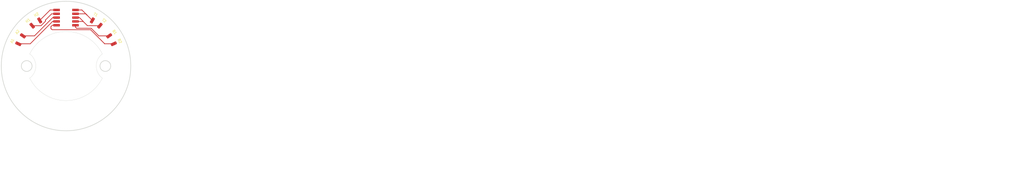
<source format=kicad_pcb>
(kicad_pcb (version 20171130) (host pcbnew 5.1.2)

  (general
    (thickness 1.6)
    (drawings 13)
    (tracks 39)
    (zones 0)
    (modules 9)
    (nets 9)
  )

  (page A4)
  (layers
    (0 F.Cu signal)
    (31 B.Cu signal)
    (32 B.Adhes user)
    (33 F.Adhes user)
    (34 B.Paste user hide)
    (35 F.Paste user hide)
    (36 B.SilkS user)
    (37 F.SilkS user)
    (38 B.Mask user)
    (39 F.Mask user)
    (40 Dwgs.User user)
    (41 Cmts.User user)
    (42 Eco1.User user)
    (43 Eco2.User user)
    (44 Edge.Cuts user)
    (45 Margin user)
    (46 B.CrtYd user)
    (47 F.CrtYd user)
    (48 B.Fab user)
    (49 F.Fab user)
  )

  (setup
    (last_trace_width 0.1524)
    (trace_clearance 0.1524)
    (zone_clearance 0.508)
    (zone_45_only no)
    (trace_min 0.1524)
    (via_size 0.508)
    (via_drill 0.254)
    (via_min_size 0.508)
    (via_min_drill 0.254)
    (uvia_size 0.508)
    (uvia_drill 0.254)
    (uvias_allowed no)
    (uvia_min_size 0.508)
    (uvia_min_drill 0.254)
    (edge_width 0.05)
    (segment_width 0.2)
    (pcb_text_width 0.3)
    (pcb_text_size 1.5 1.5)
    (mod_edge_width 0.12)
    (mod_text_size 1 1)
    (mod_text_width 0.15)
    (pad_size 1.524 1.524)
    (pad_drill 0.762)
    (pad_to_mask_clearance 0.0508)
    (solder_mask_min_width 0.0254)
    (aux_axis_origin 0 0)
    (visible_elements FFFFFF7F)
    (pcbplotparams
      (layerselection 0x010fc_ffffffff)
      (usegerberextensions false)
      (usegerberattributes false)
      (usegerberadvancedattributes false)
      (creategerberjobfile false)
      (excludeedgelayer true)
      (linewidth 0.100000)
      (plotframeref false)
      (viasonmask false)
      (mode 1)
      (useauxorigin false)
      (hpglpennumber 1)
      (hpglpenspeed 20)
      (hpglpendiameter 15.000000)
      (psnegative false)
      (psa4output false)
      (plotreference true)
      (plotvalue true)
      (plotinvisibletext false)
      (padsonsilk false)
      (subtractmaskfromsilk false)
      (outputformat 1)
      (mirror false)
      (drillshape 1)
      (scaleselection 1)
      (outputdirectory ""))
  )

  (net 0 "")
  (net 1 "Net-(J0-Pad3)")
  (net 2 "Net-(J0-Pad1)")
  (net 3 "Net-(A1-Pad1)")
  (net 4 "Net-(A2-Pad1)")
  (net 5 "Net-(B1-Pad1)")
  (net 6 "Net-(B2-Pad1)")
  (net 7 "Net-(H1-Pad1)")
  (net 8 "Net-(H2-Pad1)")

  (net_class Default "This is the default net class."
    (clearance 0.1524)
    (trace_width 0.1524)
    (via_dia 0.508)
    (via_drill 0.254)
    (uvia_dia 0.508)
    (uvia_drill 0.254)
    (add_net "Net-(A1-Pad1)")
    (add_net "Net-(A2-Pad1)")
    (add_net "Net-(B1-Pad1)")
    (add_net "Net-(B2-Pad1)")
    (add_net "Net-(H1-Pad1)")
    (add_net "Net-(H2-Pad1)")
    (add_net "Net-(J0-Pad1)")
    (add_net "Net-(J0-Pad3)")
  )

  (module bottom:samtec-fte-105-03-g-dv (layer F.Cu) (tedit 5D1236BA) (tstamp 5D0B14E2)
    (at 0 -10.16 270)
    (path /5D094AC2)
    (fp_text reference J0 (at 0 3.81 90) (layer F.SilkS) hide
      (effects (font (size 1 1) (thickness 0.15)))
    )
    (fp_text value Conn_02x05_Counter_Clockwise (at 0 6.35 90) (layer F.Fab) hide
      (effects (font (size 1 1) (thickness 0.15)))
    )
    (pad 10 smd rect (at -1.6002 1.9812 270) (size 0.508 1.3716) (layers F.Cu F.Paste F.Mask)
      (net 8 "Net-(H2-Pad1)"))
    (pad 9 smd rect (at -0.8001 1.9812 270) (size 0.508 1.3716) (layers F.Cu F.Paste F.Mask)
      (net 7 "Net-(H1-Pad1)"))
    (pad 8 smd rect (at 0 1.9812 270) (size 0.508 1.3716) (layers F.Cu F.Paste F.Mask)
      (net 4 "Net-(A2-Pad1)"))
    (pad 7 smd rect (at 0.8001 1.9812 270) (size 0.508 1.3716) (layers F.Cu F.Paste F.Mask)
      (net 3 "Net-(A1-Pad1)"))
    (pad 6 smd rect (at 1.6002 1.9812 270) (size 0.508 1.3716) (layers F.Cu F.Paste F.Mask)
      (net 6 "Net-(B2-Pad1)"))
    (pad 5 smd rect (at 1.6002 -1.9812 270) (size 0.508 1.3716) (layers F.Cu F.Paste F.Mask)
      (net 5 "Net-(B1-Pad1)"))
    (pad 4 smd rect (at 0.8001 -1.9812 270) (size 0.508 1.3716) (layers F.Cu F.Paste F.Mask)
      (net 1 "Net-(J0-Pad3)"))
    (pad 3 smd rect (at 0 -1.9812 270) (size 0.508 1.3716) (layers F.Cu F.Paste F.Mask)
      (net 1 "Net-(J0-Pad3)"))
    (pad 2 smd rect (at -0.8001 -1.9812 270) (size 0.508 1.3716) (layers F.Cu F.Paste F.Mask)
      (net 2 "Net-(J0-Pad1)"))
    (pad 1 smd rect (at -1.6002 -1.9812 270) (size 0.508 1.3716) (layers F.Cu F.Paste F.Mask)
      (net 2 "Net-(J0-Pad1)"))
    (model /home/zach/research/pcbs/3d/FTE-105-03-G-DV.stp
      (offset (xyz 0 0 0.3302))
      (scale (xyz 1 1 1))
      (rotate (xyz -90 0 0))
    )
  )

  (module bottom:wire-pad (layer F.Cu) (tedit 5D095D0E) (tstamp 5D0B16B0)
    (at 7.10216 -8.464025 140)
    (path /5D09A719)
    (fp_text reference T2 (at 0 1.397 320 unlocked) (layer F.SilkS)
      (effects (font (size 0.508 0.508) (thickness 0.127)))
    )
    (fp_text value Conn_01x01 (at 0 3.81 140) (layer F.Fab) hide
      (effects (font (size 1 1) (thickness 0.15)))
    )
    (pad 1 smd roundrect (at 0 0 140) (size 0.635 1.27) (layers F.Cu F.Paste F.Mask) (roundrect_rratio 0.25)
      (net 1 "Net-(J0-Pad3)"))
  )

  (module bottom:wire-pad (layer F.Cu) (tedit 5D095D0E) (tstamp 5D0B1EE4)
    (at 5.5245 -9.568715 150)
    (path /5D095E7A)
    (fp_text reference T1 (at 0 1.397 330 unlocked) (layer F.SilkS)
      (effects (font (size 0.508 0.508) (thickness 0.127)))
    )
    (fp_text value Conn_01x01 (at 0 3.81 150) (layer F.Fab) hide
      (effects (font (size 1 1) (thickness 0.15)))
    )
    (pad 1 smd roundrect (at 0 0 150) (size 0.635 1.27) (layers F.Cu F.Paste F.Mask) (roundrect_rratio 0.25)
      (net 2 "Net-(J0-Pad1)"))
  )

  (module bottom:wire-pad (layer F.Cu) (tedit 5D095D0E) (tstamp 5D0B1AE7)
    (at -5.5245 -9.568715 210)
    (path /5D09C08C)
    (fp_text reference H2 (at 0 1.397 30 unlocked) (layer F.SilkS)
      (effects (font (size 0.508 0.508) (thickness 0.127)))
    )
    (fp_text value Conn_01x01 (at 0 3.81 30) (layer F.Fab) hide
      (effects (font (size 1 1) (thickness 0.15)))
    )
    (pad 1 smd roundrect (at 0 0 210) (size 0.635 1.27) (layers F.Cu F.Paste F.Mask) (roundrect_rratio 0.25)
      (net 8 "Net-(H2-Pad1)"))
  )

  (module bottom:wire-pad (layer F.Cu) (tedit 5D095D0E) (tstamp 5D0B1C8C)
    (at -7.10216 -8.464025 220)
    (path /5D09C5B0)
    (fp_text reference H1 (at 0 1.397 40 unlocked) (layer F.SilkS)
      (effects (font (size 0.508 0.508) (thickness 0.127)))
    )
    (fp_text value Conn_01x01 (at 0 3.81 40) (layer F.Fab) hide
      (effects (font (size 1 1) (thickness 0.15)))
    )
    (pad 1 smd roundrect (at 0 0 220) (size 0.635 1.27) (layers F.Cu F.Paste F.Mask) (roundrect_rratio 0.25)
      (net 7 "Net-(H1-Pad1)"))
  )

  (module bottom:wire-pad (layer F.Cu) (tedit 5D095D0E) (tstamp 5D0B17C2)
    (at 10.013795 -4.669509 115)
    (path /5D09D894)
    (fp_text reference B2 (at 0 1.397 295 unlocked) (layer F.SilkS)
      (effects (font (size 0.508 0.508) (thickness 0.127)))
    )
    (fp_text value Conn_01x01 (at 0 3.81 115) (layer F.Fab) hide
      (effects (font (size 1 1) (thickness 0.15)))
    )
    (pad 1 smd roundrect (at 0 0 115) (size 0.635 1.27) (layers F.Cu F.Paste F.Mask) (roundrect_rratio 0.25)
      (net 6 "Net-(B2-Pad1)"))
  )

  (module bottom:wire-pad (layer F.Cu) (tedit 5D095D0E) (tstamp 5D0B17B6)
    (at 9.050811 -6.337446 125)
    (path /5D09AB27)
    (fp_text reference B1 (at 0 1.397 305 unlocked) (layer F.SilkS)
      (effects (font (size 0.508 0.508) (thickness 0.127)))
    )
    (fp_text value Conn_01x01 (at 0 3.81 125) (layer F.Fab) hide
      (effects (font (size 1 1) (thickness 0.15)))
    )
    (pad 1 smd roundrect (at 0 0 125) (size 0.635 1.27) (layers F.Cu F.Paste F.Mask) (roundrect_rratio 0.25)
      (net 5 "Net-(B1-Pad1)"))
  )

  (module bottom:wire-pad (layer F.Cu) (tedit 5D095D0E) (tstamp 5D0B184D)
    (at -9.05081 -6.337447 235)
    (path /5D09D416)
    (fp_text reference A2 (at 0 1.397 55 unlocked) (layer F.SilkS)
      (effects (font (size 0.508 0.508) (thickness 0.127)))
    )
    (fp_text value Conn_01x01 (at 0 3.81 55) (layer F.Fab) hide
      (effects (font (size 1 1) (thickness 0.15)))
    )
    (pad 1 smd roundrect (at 0 0 235) (size 0.635 1.27) (layers F.Cu F.Paste F.Mask) (roundrect_rratio 0.25)
      (net 4 "Net-(A2-Pad1)"))
  )

  (module bottom:wire-pad (layer F.Cu) (tedit 5D095D0E) (tstamp 5D0B1D03)
    (at -10.013795 -4.669509 245)
    (path /5D09D41C)
    (fp_text reference A1 (at 0 1.397 65 unlocked) (layer F.SilkS)
      (effects (font (size 0.508 0.508) (thickness 0.127)))
    )
    (fp_text value Conn_01x01 (at 0 3.81 65) (layer F.Fab) hide
      (effects (font (size 1 1) (thickness 0.15)))
    )
    (pad 1 smd roundrect (at 0 0 245) (size 0.635 1.27) (layers F.Cu F.Paste F.Mask) (roundrect_rratio 0.25)
      (net 3 "Net-(A1-Pad1)"))
  )

  (gr_arc (start -9.525 0) (end -7.62 2.539998) (angle -106.260165) (layer Edge.Cuts) (width 0.05))
  (gr_arc (start 9.525 0) (end 7.62 -2.539998) (angle -106.260165) (layer Edge.Cuts) (width 0.05))
  (gr_arc (start 0 -1.27) (end -7.619999 2.539999) (angle -126.8698976) (layer Edge.Cuts) (width 0.05))
  (gr_arc (start 0 1.27) (end 7.619999 -2.539999) (angle -126.8698976) (layer Edge.Cuts) (width 0.05))
  (gr_text "The through holes are large enough for 2-56 screws, but normal (e.g. round-head) screws will likely touch the copper ring. Either turn the screw heads down or use e.g. \"Brass High-Profile Narrow Filister Head Slotted Screws\" from McMaster-Carr (PN: 90114A127)." (at -7.5 22.5) (layer Dwgs.User)
    (effects (font (size 1 1) (thickness 0.15)) (justify left))
  )
  (gr_circle (center 0 0) (end 13.589 0) (layer Edge.Cuts) (width 0.127))
  (gr_circle (center -8.255 0) (end -7.1247 0) (layer Edge.Cuts) (width 0.127) (tstamp 5D0AA99B))
  (gr_circle (center -8.255 0) (end -6.477 0) (layer Dwgs.User) (width 0.0254) (tstamp 5D0AA99A))
  (gr_circle (center 8.255 0) (end 9.3853 0) (layer Edge.Cuts) (width 0.127))
  (gr_circle (center 8.255 0) (end 10.033 0) (layer Dwgs.User) (width 0.0254) (tstamp 5D0AA8CC))
  (gr_circle (center 0 0) (end 12.6619 0) (layer Dwgs.User) (width 0.0254))
  (gr_circle (center 0 0) (end 6.223 0) (layer Dwgs.User) (width 0.0254))
  (gr_circle (center 0 0) (end 13.843 0) (layer Dwgs.User) (width 0.0254))

  (segment (start 4.489975 -8.464025) (end 7.10216 -8.464025) (width 0.1524) (layer F.Cu) (net 1))
  (segment (start 1.9812 -9.3599) (end 3.5941 -9.3599) (width 0.1524) (layer F.Cu) (net 1))
  (segment (start 3.5941 -9.3599) (end 4.489975 -8.464025) (width 0.1524) (layer F.Cu) (net 1))
  (segment (start 2.8194 -10.16) (end 3.5941 -9.3853) (width 0.1524) (layer F.Cu) (net 1))
  (segment (start 3.5941 -9.3853) (end 3.5941 -9.3599) (width 0.1524) (layer F.Cu) (net 1))
  (segment (start 1.9812 -10.16) (end 2.8194 -10.16) (width 0.1524) (layer F.Cu) (net 1))
  (segment (start 1.9812 -11.7602) (end 3.333015 -11.7602) (width 0.1524) (layer F.Cu) (net 2))
  (segment (start 4.133114 -10.9601) (end 4.371607 -10.721607) (width 0.1524) (layer F.Cu) (net 2))
  (segment (start 1.9812 -10.9601) (end 4.133114 -10.9601) (width 0.1524) (layer F.Cu) (net 2))
  (segment (start 3.333015 -11.7602) (end 4.371607 -10.721607) (width 0.1524) (layer F.Cu) (net 2))
  (segment (start 4.371607 -10.721607) (end 5.5245 -9.568715) (width 0.1524) (layer F.Cu) (net 2))
  (segment (start -9.267386 -4.669509) (end -10.013795 -4.669509) (width 0.1524) (layer F.Cu) (net 3))
  (segment (start -2.8194 -9.3599) (end -7.509791 -4.669509) (width 0.1524) (layer F.Cu) (net 3))
  (segment (start -7.509791 -4.669509) (end -9.267386 -4.669509) (width 0.1524) (layer F.Cu) (net 3))
  (segment (start -1.9812 -9.3599) (end -2.8194 -9.3599) (width 0.1524) (layer F.Cu) (net 3))
  (segment (start -6.616553 -6.337447) (end -9.05081 -6.337447) (width 0.1524) (layer F.Cu) (net 4))
  (segment (start -1.9812 -10.16) (end -2.794 -10.16) (width 0.1524) (layer F.Cu) (net 4))
  (segment (start -2.794 -10.16) (end -6.616553 -6.337447) (width 0.1524) (layer F.Cu) (net 4))
  (segment (start 2.20979 -7.92481) (end 5.28319 -7.92481) (width 0.1524) (layer F.Cu) (net 5))
  (segment (start 1.9812 -8.5598) (end 1.9812 -8.1534) (width 0.1524) (layer F.Cu) (net 5))
  (segment (start 1.9812 -8.1534) (end 2.20979 -7.92481) (width 0.1524) (layer F.Cu) (net 5))
  (segment (start 6.870554 -6.337446) (end 9.050811 -6.337446) (width 0.1524) (layer F.Cu) (net 5))
  (segment (start 5.28319 -7.92481) (end 6.870554 -6.337446) (width 0.1524) (layer F.Cu) (net 5))
  (segment (start -1.9812 -8.5598) (end -1.5494 -8.5598) (width 0.1524) (layer F.Cu) (net 6))
  (segment (start 8.098509 -4.669509) (end 10.013795 -4.669509) (width 0.1524) (layer F.Cu) (net 6))
  (segment (start 8.098509 -4.678425) (end 8.098509 -4.669509) (width 0.1524) (layer F.Cu) (net 6))
  (segment (start 5.156934 -7.62) (end 8.098509 -4.678425) (width 0.1524) (layer F.Cu) (net 6))
  (segment (start -3.175 -8.255) (end -3.175 -7.874) (width 0.1524) (layer F.Cu) (net 6))
  (segment (start -2.8702 -8.5598) (end -3.175 -8.255) (width 0.1524) (layer F.Cu) (net 6))
  (segment (start -3.175 -7.874) (end -2.921 -7.62) (width 0.1524) (layer F.Cu) (net 6))
  (segment (start -1.9812 -8.5598) (end -2.8702 -8.5598) (width 0.1524) (layer F.Cu) (net 6))
  (segment (start -2.921 -7.62) (end 5.156934 -7.62) (width 0.1524) (layer F.Cu) (net 6))
  (segment (start -1.9812 -10.9601) (end -3.0099 -10.9601) (width 0.1524) (layer F.Cu) (net 7))
  (segment (start -3.0099 -10.9601) (end -4.318 -9.652) (width 0.1524) (layer F.Cu) (net 7))
  (segment (start -4.318 -9.652) (end -4.318 -9.398) (width 0.1524) (layer F.Cu) (net 7))
  (segment (start -5.251975 -8.464025) (end -7.10216 -8.464025) (width 0.1524) (layer F.Cu) (net 7))
  (segment (start -4.318 -9.398) (end -5.251975 -8.464025) (width 0.1524) (layer F.Cu) (net 7))
  (segment (start -3.333015 -11.7602) (end -5.5245 -9.568715) (width 0.1524) (layer F.Cu) (net 8))
  (segment (start -1.9812 -11.7602) (end -3.333015 -11.7602) (width 0.1524) (layer F.Cu) (net 8))

)

</source>
